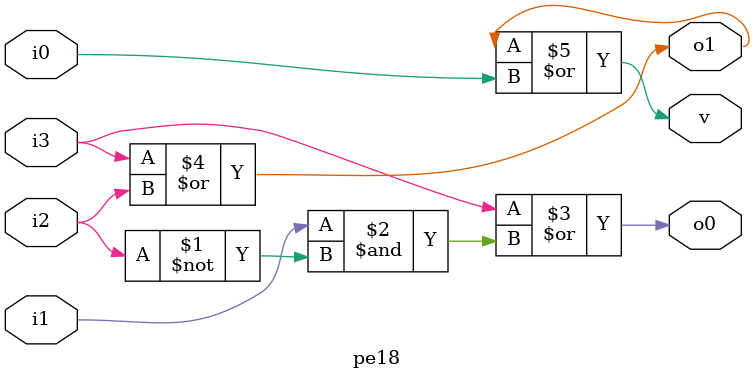
<source format=v>
module pe18 (i3,i2,i1,i0,o0,o1,v);

    input i3,i2,i1,i0;
    output o0,o1,v;

    assign o0 = (i3) | (i1&~i2);
    assign o1 = i3 | i2;
    assign v = o1 | i0;

endmodule
</source>
